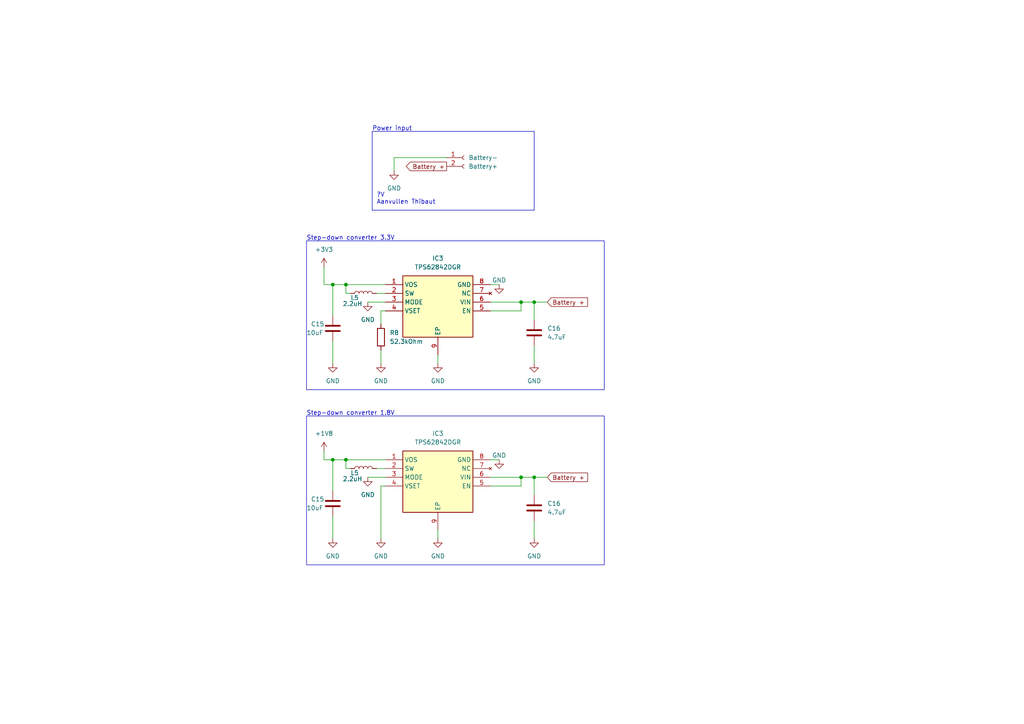
<source format=kicad_sch>
(kicad_sch (version 20230121) (generator eeschema)
  (paper "A4")
  (lib_symbols
    (symbol "Connector:Conn_01x02_Socket" (pin_names (offset 1.016) hide)
      (property "Reference" "J" (at 0 2.54 0))
      (property "Value" "Conn_01x02_Socket" (at 0 -5.08 0))
      (symbol "Conn_01x02_Socket_1_1"
        (arc (start 0 -2.032) (mid -0.5058 -2.54) (end 0 -3.048) (stroke (width 0.1524)))
        (polyline (pts (xy -1.27 -2.54) (xy -0.508 -2.54)) (stroke (width 0.1524)))
        (polyline (pts (xy -1.27 0) (xy -0.508 0)) (stroke (width 0.1524)))
        (arc (start 0 0.508) (mid -0.5058 0) (end 0 -0.508) (stroke (width 0.1524)))
        (pin passive line (at -5.08 0 0) (length 3.81) (name "Pin_1") (number "1"))
        (pin passive line (at -5.08 -2.54 0) (length 3.81) (name "Pin_2") (number "2"))
      )
    )
    (symbol "Device:C" (pin_numbers hide) (pin_names (offset 0.254))
      (property "Reference" "C" (at 0.635 2.54 0))
      (property "Value" "C" (at 0.635 -2.54 0))
      (symbol "C_0_1"
        (polyline (pts (xy -2.032 -0.762) (xy 2.032 -0.762)) (stroke (width 0.508)))
        (polyline (pts (xy -2.032 0.762) (xy 2.032 0.762)) (stroke (width 0.508)))
      )
      (symbol "C_1_1"
        (pin passive line (at 0 3.81 270) (length 2.794) (name "~") (number "1"))
        (pin passive line (at 0 -3.81 90) (length 2.794) (name "~") (number "2"))
      )
    )
    (symbol "Device:L" (pin_numbers hide) (pin_names (offset 1.016) hide)
      (property "Reference" "L" (at -1.27 0 90))
      (property "Value" "L" (at 1.905 0 90))
      (symbol "L_0_1"
        (arc (start 0 -2.54) (mid 0.6323 -1.905) (end 0 -1.27))
        (arc (start 0 -1.27) (mid 0.6323 -0.635) (end 0 0))
        (arc (start 0 0) (mid 0.6323 0.635) (end 0 1.27))
        (arc (start 0 1.27) (mid 0.6323 1.905) (end 0 2.54))
      )
      (symbol "L_1_1"
        (pin passive line (at 0 3.81 270) (length 1.27) (name "1") (number "1"))
        (pin passive line (at 0 -3.81 90) (length 1.27) (name "2") (number "2"))
      )
    )
    (symbol "Device:R" (pin_numbers hide) (pin_names (offset 0))
      (property "Reference" "R" (at 2.032 0 90))
      (property "Value" "R" (at 0 0 90))
      (symbol "R_0_1"
        (rectangle (start -1.016 -2.54) (end 1.016 2.54) (stroke (width 0.254)))
      )
      (symbol "R_1_1"
        (pin passive line (at 0 3.81 270) (length 1.27) (name "~") (number "1"))
        (pin passive line (at 0 -3.81 90) (length 1.27) (name "~") (number "2"))
      )
    )
    (symbol "TPS62841DGRR:TPS62841DGRR"
      (property "Reference" "IC" (at 26.67 7.62 0))
      (property "Value" "TPS62841DGRR" (at 26.67 5.08 0))
      (symbol "TPS62841DGRR_1_1"
        (rectangle (start 5.08 2.54) (end 25.4 -15.24) (stroke (width 0.254)) (fill (type background)))
        (pin passive line (at 0 0 0) (length 5.08) (name "VOS") (number "1"))
        (pin passive line (at 0 -2.54 0) (length 5.08) (name "SW") (number "2"))
        (pin passive line (at 0 -5.08 0) (length 5.08) (name "MODE") (number "3"))
        (pin passive line (at 0 -7.62 0) (length 5.08) (name "VSET") (number "4"))
        (pin passive line (at 30.48 -7.62 180) (length 5.08) (name "EN") (number "5"))
        (pin passive line (at 30.48 -5.08 180) (length 5.08) (name "VIN") (number "6"))
        (pin no_connect line (at 30.48 -2.54 180) (length 5.08) (name "NC") (number "7"))
        (pin passive line (at 30.48 0 180) (length 5.08) (name "GND") (number "8"))
        (pin passive line (at 15.24 -20.32 90) (length 5.08) (name "EP") (number "9"))
      )
    )
    (symbol "power:+1V8" (power) (pin_names (offset 0))
      (property "Value" "+1V8" (at 0 3.556 0))
      (symbol "+1V8_0_1"
        (polyline (pts (xy -0.762 1.27) (xy 0 2.54)))
        (polyline (pts (xy 0 0) (xy 0 2.54)))
        (polyline (pts (xy 0 2.54) (xy 0.762 1.27)))
      )
      (symbol "+1V8_1_1"
        (pin power_in line (at 0 0 90) (length 0) hide (name "+1V8") (number "1"))
      )
    )
    (symbol "power:+3V3" (power) (pin_names (offset 0))
      (property "Value" "+3V3" (at 0 3.556 0))
      (symbol "+3V3_0_1"
        (polyline (pts (xy -0.762 1.27) (xy 0 2.54)))
        (polyline (pts (xy 0 0) (xy 0 2.54)))
        (polyline (pts (xy 0 2.54) (xy 0.762 1.27)))
      )
      (symbol "+3V3_1_1"
        (pin power_in line (at 0 0 90) (length 0) hide (name "+3V3") (number "1"))
      )
    )
    (symbol "power:GND" (power) (pin_names (offset 0))
      (property "Value" "GND" (at 0 -3.81 0))
      (symbol "GND_0_1"
        (polyline (pts (xy 0 0) (xy 0 -1.27) (xy 1.27 -1.27) (xy 0 -2.54) (xy -1.27 -1.27) (xy 0 -1.27)))
      )
      (symbol "GND_1_1"
        (pin power_in line (at 0 0 270) (length 0) hide (name "GND") (number "1"))
      )
    )
  )
  (junction (at 100.33 82.55))
  (junction (at 96.52 82.55))
  (junction (at 100.33 133.35))
  (junction (at 96.52 133.35))
  (junction (at 151.13 138.43))
  (junction (at 154.94 138.43))
  (junction (at 151.13 87.63))
  (junction (at 154.94 87.63))
  (wire (pts (xy 151.13 90.17) (xy 151.13 87.63)))
  (wire (pts (xy 101.6 85.09) (xy 100.33 85.09)))
  (wire (pts (xy 110.49 140.97) (xy 110.49 156.21)))
  (wire (pts (xy 142.24 82.55) (xy 144.78 82.55)))
  (wire (pts (xy 111.76 90.17) (xy 110.49 90.17)))
  (wire (pts (xy 151.13 87.63) (xy 154.94 87.63)))
  (wire (pts (xy 151.13 140.97) (xy 151.13 138.43)))
  (wire (pts (xy 96.52 99.06) (xy 96.52 105.41)))
  (wire (pts (xy 110.49 90.17) (xy 110.49 93.98)))
  (wire (pts (xy 100.33 85.09) (xy 100.33 82.55)))
  (wire (pts (xy 93.98 133.35) (xy 96.52 133.35)))
  (wire (pts (xy 106.68 87.63) (xy 111.76 87.63)))
  (wire (pts (xy 158.75 87.63) (xy 154.94 87.63)))
  (wire (pts (xy 142.24 90.17) (xy 151.13 90.17)))
  (wire (pts (xy 158.75 138.43) (xy 154.94 138.43)))
  (wire (pts (xy 154.94 87.63) (xy 154.94 92.71)))
  (wire (pts (xy 100.33 135.89) (xy 100.33 133.35)))
  (wire (pts (xy 93.98 82.55) (xy 96.52 82.55)))
  (wire (pts (xy 96.52 91.44) (xy 96.52 82.55)))
  (wire (pts (xy 96.52 82.55) (xy 100.33 82.55)))
  (wire (pts (xy 96.52 142.24) (xy 96.52 133.35)))
  (wire (pts (xy 110.49 101.6) (xy 110.49 105.41)))
  (wire (pts (xy 109.22 135.89) (xy 111.76 135.89)))
  (wire (pts (xy 154.94 100.33) (xy 154.94 105.41)))
  (wire (pts (xy 154.94 138.43) (xy 154.94 143.51)))
  (wire (pts (xy 142.24 138.43) (xy 151.13 138.43)))
  (wire (pts (xy 106.68 138.43) (xy 111.76 138.43)))
  (wire (pts (xy 142.24 133.35) (xy 144.78 133.35)))
  (wire (pts (xy 151.13 138.43) (xy 154.94 138.43)))
  (wire (pts (xy 96.52 133.35) (xy 100.33 133.35)))
  (wire (pts (xy 114.3 45.72) (xy 114.3 49.53)))
  (wire (pts (xy 101.6 135.89) (xy 100.33 135.89)))
  (wire (pts (xy 127 153.67) (xy 127 156.21)))
  (wire (pts (xy 93.98 130.81) (xy 93.98 133.35)))
  (wire (pts (xy 127 102.87) (xy 127 105.41)))
  (wire (pts (xy 100.33 133.35) (xy 111.76 133.35)))
  (wire (pts (xy 109.22 85.09) (xy 111.76 85.09)))
  (wire (pts (xy 93.98 77.47) (xy 93.98 82.55)))
  (wire (pts (xy 142.24 87.63) (xy 151.13 87.63)))
  (wire (pts (xy 111.76 140.97) (xy 110.49 140.97)))
  (wire (pts (xy 129.54 45.72) (xy 114.3 45.72)))
  (wire (pts (xy 100.33 82.55) (xy 111.76 82.55)))
  (wire (pts (xy 96.52 149.86) (xy 96.52 156.21)))
  (wire (pts (xy 142.24 140.97) (xy 151.13 140.97)))
  (wire (pts (xy 154.94 151.13) (xy 154.94 156.21)))
  (rectangle (start 88.9 120.65) (end 175.26 163.83))
  (rectangle (start 88.9 69.85) (end 175.26 113.03))
  (rectangle (start 107.95 38.1) (end 154.94 60.96))
  (text "Power input\n" (at 107.95 38.1 0) (effects (font (size 1.27 1.27)) (justify left bottom)))
  (text "?V\nAanvullen Thibaut\n\n\n" (at 109.22 63.5 0) (effects (font (size 1.27 1.27)) (justify left bottom)))
  (text "Step-down converter 1.8V\n" (at 88.9 120.65 0) (effects (font (size 1.27 1.27)) (justify left bottom)))
  (text "Step-down converter 3.3V\n" (at 88.9 69.85 0) (effects (font (size 1.27 1.27)) (justify left bottom)))
  (global_label "Battery +" (shape input) (at 158.75 87.63 0) (property "Intersheetrefs" "${INTERSHEET_REFS}" (effects hide)))
  (global_label "Battery +" (shape output) (at 129.54 48.26 180) (property "Intersheetrefs" "${INTERSHEET_REFS}" (effects hide)))
  (global_label "Battery +" (shape input) (at 158.75 138.43 0) (property "Intersheetrefs" "${INTERSHEET_REFS}" (effects hide)))
  (symbol (lib_id "power:GND") (at 106.68 138.43 0) (unit 1)
    (property "Reference" "#PWR032" (effects hide))
    (property "Value" "GND" (at 106.68 143.51 0))
    (instances (project "Driver_detector" (path "" (reference "#PWR032") (unit 1)) (path "" (reference "#PWR040") (unit 1))) (project "pcbIOT" (path "" (reference "#PWR05") (unit 1))))
  )
  (symbol (lib_id "Connector:Conn_01x02_Socket") (at 134.62 45.72 0) (unit 1)
    (property "Reference" "Battery-" (at 135.89 45.72 0) (effects (justify left)))
    (property "Value" "Battery+" (at 135.89 48.26 0) (effects (justify left)))
    (instances (project "Driver_detector" (path "" (reference "Battery-") (unit 1)) (path "" (reference "Battery-") (unit 1))) (project "pcbIOT" (path "" (reference "J1") (unit 1))))
  )
  (symbol (lib_id "power:GND") (at 110.49 156.21 0) (unit 1)
    (property "Reference" "#PWR033" (effects hide))
    (property "Value" "GND" (at 110.49 161.29 0))
    (instances (project "Driver_detector" (path "" (reference "#PWR033") (unit 1)) (path "" (reference "#PWR041") (unit 1))) (project "pcbIOT" (path "" (reference "#PWR09") (unit 1))))
  )
  (symbol (lib_id "TPS62841DGRR:TPS62841DGRR") (at 111.76 82.55 0) (unit 1)
    (property "Reference" "IC3" (at 127 74.93 0))
    (property "Value" "TPS62842DGR" (at 127 77.47 0))
    (property "Footprint" "SOP65P490X110-9N" (effects hide))
    (property "Datasheet" "https://www.ti.com/lit/ds/symlink/tps62840.pdf?ts=1616629326125&ref_url=https%253A%252F%252Fwww.ti.com%252Fproduct%252FTPS62840" (effects hide))
    (property "Height" "1.1" (effects hide))
    (property "Mouser Part Number" "595-TPS62841DGRR" (effects hide))
    (property "Mouser Price/Stock" "https://www.mouser.co.uk/ProductDetail/Texas-Instruments/TPS62841DGRR?qs=7MVldsJ5UaxD6apCWXKy1A%3D%3D" (effects hide))
    (property "Manufacturer_Name" "Texas Instruments" (effects hide))
    (property "Manufacturer_Part_Number" "TPS62841DGRR" (effects hide))
    (instances (project "Driver_detector" (path "" (reference "IC3") (unit 1)) (path "" (reference "IC3") (unit 1))) (project "pcbIOT" (path "" (reference "IC2") (unit 1))))
  )
  (symbol (lib_id "Device:L") (at 105.41 85.09 90) (unit 1)
    (property "Reference" "L5" (at 102.87 86.36 90))
    (property "Value" "2.2uH" (at 102.2368 88.1103 90))
    (instances (project "Driver_detector" (path "" (reference "L5") (unit 1)) (path "" (reference "L5") (unit 1))) (project "pcbIOT" (path "" (reference "L1") (unit 1))))
  )
  (symbol (lib_id "power:GND") (at 127 156.21 0) (unit 1)
    (property "Reference" "#PWR034" (effects hide))
    (property "Value" "GND" (at 127 161.29 0))
    (instances (project "Driver_detector" (path "" (reference "#PWR034") (unit 1)) (path "" (reference "#PWR042") (unit 1))) (project "pcbIOT" (path "" (reference "#PWR03") (unit 1))))
  )
  (symbol (lib_id "Device:C") (at 154.94 96.52 0) (unit 1)
    (property "Reference" "C16" (at 158.75 95.25 0) (effects (justify left)))
    (property "Value" "4.7uF" (at 158.75 97.79 0) (effects (justify left)))
    (instances (project "Driver_detector" (path "" (reference "C16") (unit 1)) (path "" (reference "C16") (unit 1))) (project "pcbIOT" (path "" (reference "C1") (unit 1))))
  )
  (symbol (lib_id "power:GND") (at 127 105.41 0) (unit 1)
    (property "Reference" "#PWR034" (effects hide))
    (property "Value" "GND" (at 127 110.49 0))
    (instances (project "Driver_detector" (path "" (reference "#PWR034") (unit 1)) (path "" (reference "#PWR034") (unit 1))) (project "pcbIOT" (path "" (reference "#PWR03") (unit 1))))
  )
  (symbol (lib_id "power:GND") (at 110.49 105.41 0) (unit 1)
    (property "Reference" "#PWR033" (effects hide))
    (property "Value" "GND" (at 110.49 110.49 0))
    (instances (project "Driver_detector" (path "" (reference "#PWR033") (unit 1)) (path "" (reference "#PWR033") (unit 1))) (project "pcbIOT" (path "" (reference "#PWR09") (unit 1))))
  )
  (symbol (lib_id "Device:C") (at 154.94 147.32 0) (unit 1)
    (property "Reference" "C16" (at 158.75 146.05 0) (effects (justify left)))
    (property "Value" "4.7uF" (at 158.75 148.59 0) (effects (justify left)))
    (instances (project "Driver_detector" (path "" (reference "C16") (unit 1)) (path "" (reference "C18") (unit 1))) (project "pcbIOT" (path "" (reference "C1") (unit 1))))
  )
  (symbol (lib_id "TPS62841DGRR:TPS62841DGRR") (at 111.76 133.35 0) (unit 1)
    (property "Reference" "IC3" (at 127 125.73 0))
    (property "Value" "TPS62842DGR" (at 127 128.27 0))
    (property "Footprint" "SOP65P490X110-9N" (effects hide))
    (property "Datasheet" "https://www.ti.com/lit/ds/symlink/tps62840.pdf?ts=1616629326125&ref_url=https%253A%252F%252Fwww.ti.com%252Fproduct%252FTPS62840" (effects hide))
    (property "Height" "1.1" (effects hide))
    (property "Mouser Part Number" "595-TPS62841DGRR" (effects hide))
    (property "Mouser Price/Stock" "https://www.mouser.co.uk/ProductDetail/Texas-Instruments/TPS62841DGRR?qs=7MVldsJ5UaxD6apCWXKy1A%3D%3D" (effects hide))
    (property "Manufacturer_Name" "Texas Instruments" (effects hide))
    (property "Manufacturer_Part_Number" "TPS62841DGRR" (effects hide))
    (instances (project "Driver_detector" (path "" (reference "IC3") (unit 1)) (path "" (reference "IC4") (unit 1))) (project "pcbIOT" (path "" (reference "IC2") (unit 1))))
  )
  (symbol (lib_id "power:GND") (at 144.78 133.35 0) (unit 1)
    (property "Reference" "#PWR035" (effects hide))
    (property "Value" "GND" (at 144.78 132.08 0))
    (instances (project "Driver_detector" (path "" (reference "#PWR035") (unit 1)) (path "" (reference "#PWR043") (unit 1))) (project "pcbIOT" (path "" (reference "#PWR04") (unit 1))))
  )
  (symbol (lib_id "Device:R") (at 110.49 97.79 0) (unit 1)
    (property "Reference" "R8" (at 113.03 96.52 0) (effects (justify left)))
    (property "Value" "52.3kOhm" (at 113.03 99.06 0) (effects (justify left)))
    (instances (project "Driver_detector" (path "" (reference "R8") (unit 1)) (path "" (reference "R8") (unit 1))) (project "pcbIOT" (path "" (reference "R1") (unit 1))))
  )
  (symbol (lib_id "Device:C") (at 96.52 95.25 0) (unit 1)
    (property "Reference" "C15" (at 90.17 93.98 0) (effects (justify left)))
    (property "Value" "10uF" (at 88.9 96.52 0) (effects (justify left)))
    (instances (project "Driver_detector" (path "" (reference "C15") (unit 1)) (path "" (reference "C15") (unit 1))) (project "pcbIOT" (path "" (reference "C2") (unit 1))))
  )
  (symbol (lib_id "power:GND") (at 154.94 156.21 0) (unit 1)
    (property "Reference" "#PWR037" (effects hide))
    (property "Value" "GND" (at 154.94 161.29 0))
    (instances (project "Driver_detector" (path "" (reference "#PWR037") (unit 1)) (path "" (reference "#PWR045") (unit 1))) (project "pcbIOT" (path "" (reference "#PWR07") (unit 1))))
  )
  (symbol (lib_id "Device:L") (at 105.41 135.89 90) (unit 1)
    (property "Reference" "L5" (at 102.87 137.16 90))
    (property "Value" "2.2uH" (at 102.2368 138.9103 90))
    (instances (project "Driver_detector" (path "" (reference "L5") (unit 1)) (path "" (reference "L6") (unit 1))) (project "pcbIOT" (path "" (reference "L1") (unit 1))))
  )
  (symbol (lib_id "power:GND") (at 114.3 49.53 0) (unit 1)
    (property "Reference" "#PWR036" (effects hide))
    (property "Value" "GND" (at 114.3 54.61 0))
  )
  (symbol (lib_id "power:GND") (at 96.52 156.21 0) (unit 1)
    (property "Reference" "#PWR08" (effects hide))
    (property "Value" "GND" (at 96.52 161.29 0))
    (instances (project "Driver_detector" (path "" (reference "#PWR08") (unit 1)) (path "" (reference "#PWR039") (unit 1))) (project "pcbIOT" (path "" (reference "#PWR08") (unit 1))))
  )
  (symbol (lib_id "power:GND") (at 96.52 105.41 0) (unit 1)
    (property "Reference" "#PWR08" (effects hide))
    (property "Value" "GND" (at 96.52 110.49 0))
  )
  (symbol (lib_id "power:GND") (at 144.78 82.55 0) (unit 1)
    (property "Reference" "#PWR035" (effects hide))
    (property "Value" "GND" (at 144.78 81.28 0))
    (instances (project "Driver_detector" (path "" (reference "#PWR035") (unit 1)) (path "" (reference "#PWR035") (unit 1))) (project "pcbIOT" (path "" (reference "#PWR04") (unit 1))))
  )
  (symbol (lib_id "power:GND") (at 106.68 87.63 0) (unit 1)
    (property "Reference" "#PWR032" (effects hide))
    (property "Value" "GND" (at 106.68 92.71 0))
    (instances (project "Driver_detector" (path "" (reference "#PWR032") (unit 1)) (path "" (reference "#PWR032") (unit 1))) (project "pcbIOT" (path "" (reference "#PWR05") (unit 1))))
  )
  (symbol (lib_id "power:+3V3") (at 93.98 77.47 0) (unit 1)
    (property "Reference" "#PWR02" (effects hide))
    (property "Value" "+3V3" (at 93.98 72.39 0))
  )
  (symbol (lib_id "Device:C") (at 96.52 146.05 0) (unit 1)
    (property "Reference" "C15" (at 90.17 144.78 0) (effects (justify left)))
    (property "Value" "10uF" (at 88.9 147.32 0) (effects (justify left)))
    (instances (project "Driver_detector" (path "" (reference "C15") (unit 1)) (path "" (reference "C17") (unit 1))) (project "pcbIOT" (path "" (reference "C2") (unit 1))))
  )
  (symbol (lib_id "power:+1V8") (at 93.98 130.81 0) (unit 1)
    (property "Reference" "#PWR038" (effects hide))
    (property "Value" "+1V8" (at 93.98 125.73 0))
  )
  (symbol (lib_id "power:GND") (at 154.94 105.41 0) (unit 1)
    (property "Reference" "#PWR037" (effects hide))
    (property "Value" "GND" (at 154.94 110.49 0))
    (instances (project "Driver_detector" (path "" (reference "#PWR037") (unit 1)) (path "" (reference "#PWR037") (unit 1))) (project "pcbIOT" (path "" (reference "#PWR07") (unit 1))))
  )
)
</source>
